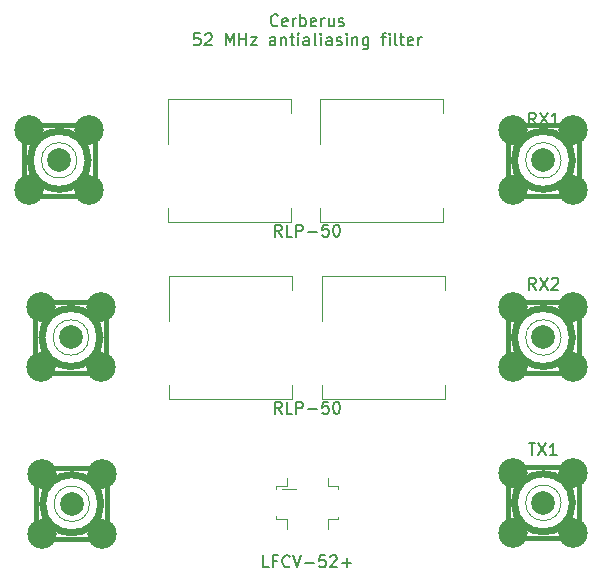
<source format=gbr>
%TF.GenerationSoftware,KiCad,Pcbnew,(6.0.0)*%
%TF.CreationDate,2022-07-22T11:55:08+02:00*%
%TF.ProjectId,aliasing,616c6961-7369-46e6-972e-6b696361645f,rev?*%
%TF.SameCoordinates,Original*%
%TF.FileFunction,Legend,Top*%
%TF.FilePolarity,Positive*%
%FSLAX46Y46*%
G04 Gerber Fmt 4.6, Leading zero omitted, Abs format (unit mm)*
G04 Created by KiCad (PCBNEW (6.0.0)) date 2022-07-22 11:55:08*
%MOMM*%
%LPD*%
G01*
G04 APERTURE LIST*
%ADD10C,0.150000*%
%ADD11C,0.120000*%
%ADD12C,0.381000*%
%ADD13C,0.099060*%
%ADD14C,1.998980*%
%ADD15C,2.499360*%
G04 APERTURE END LIST*
D10*
X178761904Y-73952380D02*
X179333333Y-73952380D01*
X179047619Y-74952380D02*
X179047619Y-73952380D01*
X179571428Y-73952380D02*
X180238095Y-74952380D01*
X180238095Y-73952380D02*
X179571428Y-74952380D01*
X181142857Y-74952380D02*
X180571428Y-74952380D01*
X180857142Y-74952380D02*
X180857142Y-73952380D01*
X180761904Y-74095238D01*
X180666666Y-74190476D01*
X180571428Y-74238095D01*
X157833333Y-56452380D02*
X157500000Y-55976190D01*
X157261904Y-56452380D02*
X157261904Y-55452380D01*
X157642857Y-55452380D01*
X157738095Y-55500000D01*
X157785714Y-55547619D01*
X157833333Y-55642857D01*
X157833333Y-55785714D01*
X157785714Y-55880952D01*
X157738095Y-55928571D01*
X157642857Y-55976190D01*
X157261904Y-55976190D01*
X158738095Y-56452380D02*
X158261904Y-56452380D01*
X158261904Y-55452380D01*
X159071428Y-56452380D02*
X159071428Y-55452380D01*
X159452380Y-55452380D01*
X159547619Y-55500000D01*
X159595238Y-55547619D01*
X159642857Y-55642857D01*
X159642857Y-55785714D01*
X159595238Y-55880952D01*
X159547619Y-55928571D01*
X159452380Y-55976190D01*
X159071428Y-55976190D01*
X160071428Y-56071428D02*
X160833333Y-56071428D01*
X161785714Y-55452380D02*
X161309523Y-55452380D01*
X161261904Y-55928571D01*
X161309523Y-55880952D01*
X161404761Y-55833333D01*
X161642857Y-55833333D01*
X161738095Y-55880952D01*
X161785714Y-55928571D01*
X161833333Y-56023809D01*
X161833333Y-56261904D01*
X161785714Y-56357142D01*
X161738095Y-56404761D01*
X161642857Y-56452380D01*
X161404761Y-56452380D01*
X161309523Y-56404761D01*
X161261904Y-56357142D01*
X162452380Y-55452380D02*
X162547619Y-55452380D01*
X162642857Y-55500000D01*
X162690476Y-55547619D01*
X162738095Y-55642857D01*
X162785714Y-55833333D01*
X162785714Y-56071428D01*
X162738095Y-56261904D01*
X162690476Y-56357142D01*
X162642857Y-56404761D01*
X162547619Y-56452380D01*
X162452380Y-56452380D01*
X162357142Y-56404761D01*
X162309523Y-56357142D01*
X162261904Y-56261904D01*
X162214285Y-56071428D01*
X162214285Y-55833333D01*
X162261904Y-55642857D01*
X162309523Y-55547619D01*
X162357142Y-55500000D01*
X162452380Y-55452380D01*
X157523809Y-38552142D02*
X157476190Y-38599761D01*
X157333333Y-38647380D01*
X157238095Y-38647380D01*
X157095238Y-38599761D01*
X157000000Y-38504523D01*
X156952380Y-38409285D01*
X156904761Y-38218809D01*
X156904761Y-38075952D01*
X156952380Y-37885476D01*
X157000000Y-37790238D01*
X157095238Y-37695000D01*
X157238095Y-37647380D01*
X157333333Y-37647380D01*
X157476190Y-37695000D01*
X157523809Y-37742619D01*
X158333333Y-38599761D02*
X158238095Y-38647380D01*
X158047619Y-38647380D01*
X157952380Y-38599761D01*
X157904761Y-38504523D01*
X157904761Y-38123571D01*
X157952380Y-38028333D01*
X158047619Y-37980714D01*
X158238095Y-37980714D01*
X158333333Y-38028333D01*
X158380952Y-38123571D01*
X158380952Y-38218809D01*
X157904761Y-38314047D01*
X158809523Y-38647380D02*
X158809523Y-37980714D01*
X158809523Y-38171190D02*
X158857142Y-38075952D01*
X158904761Y-38028333D01*
X159000000Y-37980714D01*
X159095238Y-37980714D01*
X159428571Y-38647380D02*
X159428571Y-37647380D01*
X159428571Y-38028333D02*
X159523809Y-37980714D01*
X159714285Y-37980714D01*
X159809523Y-38028333D01*
X159857142Y-38075952D01*
X159904761Y-38171190D01*
X159904761Y-38456904D01*
X159857142Y-38552142D01*
X159809523Y-38599761D01*
X159714285Y-38647380D01*
X159523809Y-38647380D01*
X159428571Y-38599761D01*
X160714285Y-38599761D02*
X160619047Y-38647380D01*
X160428571Y-38647380D01*
X160333333Y-38599761D01*
X160285714Y-38504523D01*
X160285714Y-38123571D01*
X160333333Y-38028333D01*
X160428571Y-37980714D01*
X160619047Y-37980714D01*
X160714285Y-38028333D01*
X160761904Y-38123571D01*
X160761904Y-38218809D01*
X160285714Y-38314047D01*
X161190476Y-38647380D02*
X161190476Y-37980714D01*
X161190476Y-38171190D02*
X161238095Y-38075952D01*
X161285714Y-38028333D01*
X161380952Y-37980714D01*
X161476190Y-37980714D01*
X162238095Y-37980714D02*
X162238095Y-38647380D01*
X161809523Y-37980714D02*
X161809523Y-38504523D01*
X161857142Y-38599761D01*
X161952380Y-38647380D01*
X162095238Y-38647380D01*
X162190476Y-38599761D01*
X162238095Y-38552142D01*
X162666666Y-38599761D02*
X162761904Y-38647380D01*
X162952380Y-38647380D01*
X163047619Y-38599761D01*
X163095238Y-38504523D01*
X163095238Y-38456904D01*
X163047619Y-38361666D01*
X162952380Y-38314047D01*
X162809523Y-38314047D01*
X162714285Y-38266428D01*
X162666666Y-38171190D01*
X162666666Y-38123571D01*
X162714285Y-38028333D01*
X162809523Y-37980714D01*
X162952380Y-37980714D01*
X163047619Y-38028333D01*
X150928571Y-39257380D02*
X150452380Y-39257380D01*
X150404761Y-39733571D01*
X150452380Y-39685952D01*
X150547619Y-39638333D01*
X150785714Y-39638333D01*
X150880952Y-39685952D01*
X150928571Y-39733571D01*
X150976190Y-39828809D01*
X150976190Y-40066904D01*
X150928571Y-40162142D01*
X150880952Y-40209761D01*
X150785714Y-40257380D01*
X150547619Y-40257380D01*
X150452380Y-40209761D01*
X150404761Y-40162142D01*
X151357142Y-39352619D02*
X151404761Y-39305000D01*
X151500000Y-39257380D01*
X151738095Y-39257380D01*
X151833333Y-39305000D01*
X151880952Y-39352619D01*
X151928571Y-39447857D01*
X151928571Y-39543095D01*
X151880952Y-39685952D01*
X151309523Y-40257380D01*
X151928571Y-40257380D01*
X153119047Y-40257380D02*
X153119047Y-39257380D01*
X153452380Y-39971666D01*
X153785714Y-39257380D01*
X153785714Y-40257380D01*
X154261904Y-40257380D02*
X154261904Y-39257380D01*
X154261904Y-39733571D02*
X154833333Y-39733571D01*
X154833333Y-40257380D02*
X154833333Y-39257380D01*
X155214285Y-39590714D02*
X155738095Y-39590714D01*
X155214285Y-40257380D01*
X155738095Y-40257380D01*
X157309523Y-40257380D02*
X157309523Y-39733571D01*
X157261904Y-39638333D01*
X157166666Y-39590714D01*
X156976190Y-39590714D01*
X156880952Y-39638333D01*
X157309523Y-40209761D02*
X157214285Y-40257380D01*
X156976190Y-40257380D01*
X156880952Y-40209761D01*
X156833333Y-40114523D01*
X156833333Y-40019285D01*
X156880952Y-39924047D01*
X156976190Y-39876428D01*
X157214285Y-39876428D01*
X157309523Y-39828809D01*
X157785714Y-39590714D02*
X157785714Y-40257380D01*
X157785714Y-39685952D02*
X157833333Y-39638333D01*
X157928571Y-39590714D01*
X158071428Y-39590714D01*
X158166666Y-39638333D01*
X158214285Y-39733571D01*
X158214285Y-40257380D01*
X158547619Y-39590714D02*
X158928571Y-39590714D01*
X158690476Y-39257380D02*
X158690476Y-40114523D01*
X158738095Y-40209761D01*
X158833333Y-40257380D01*
X158928571Y-40257380D01*
X159261904Y-40257380D02*
X159261904Y-39590714D01*
X159261904Y-39257380D02*
X159214285Y-39305000D01*
X159261904Y-39352619D01*
X159309523Y-39305000D01*
X159261904Y-39257380D01*
X159261904Y-39352619D01*
X160166666Y-40257380D02*
X160166666Y-39733571D01*
X160119047Y-39638333D01*
X160023809Y-39590714D01*
X159833333Y-39590714D01*
X159738095Y-39638333D01*
X160166666Y-40209761D02*
X160071428Y-40257380D01*
X159833333Y-40257380D01*
X159738095Y-40209761D01*
X159690476Y-40114523D01*
X159690476Y-40019285D01*
X159738095Y-39924047D01*
X159833333Y-39876428D01*
X160071428Y-39876428D01*
X160166666Y-39828809D01*
X160785714Y-40257380D02*
X160690476Y-40209761D01*
X160642857Y-40114523D01*
X160642857Y-39257380D01*
X161166666Y-40257380D02*
X161166666Y-39590714D01*
X161166666Y-39257380D02*
X161119047Y-39305000D01*
X161166666Y-39352619D01*
X161214285Y-39305000D01*
X161166666Y-39257380D01*
X161166666Y-39352619D01*
X162071428Y-40257380D02*
X162071428Y-39733571D01*
X162023809Y-39638333D01*
X161928571Y-39590714D01*
X161738095Y-39590714D01*
X161642857Y-39638333D01*
X162071428Y-40209761D02*
X161976190Y-40257380D01*
X161738095Y-40257380D01*
X161642857Y-40209761D01*
X161595238Y-40114523D01*
X161595238Y-40019285D01*
X161642857Y-39924047D01*
X161738095Y-39876428D01*
X161976190Y-39876428D01*
X162071428Y-39828809D01*
X162500000Y-40209761D02*
X162595238Y-40257380D01*
X162785714Y-40257380D01*
X162880952Y-40209761D01*
X162928571Y-40114523D01*
X162928571Y-40066904D01*
X162880952Y-39971666D01*
X162785714Y-39924047D01*
X162642857Y-39924047D01*
X162547619Y-39876428D01*
X162500000Y-39781190D01*
X162500000Y-39733571D01*
X162547619Y-39638333D01*
X162642857Y-39590714D01*
X162785714Y-39590714D01*
X162880952Y-39638333D01*
X163357142Y-40257380D02*
X163357142Y-39590714D01*
X163357142Y-39257380D02*
X163309523Y-39305000D01*
X163357142Y-39352619D01*
X163404761Y-39305000D01*
X163357142Y-39257380D01*
X163357142Y-39352619D01*
X163833333Y-39590714D02*
X163833333Y-40257380D01*
X163833333Y-39685952D02*
X163880952Y-39638333D01*
X163976190Y-39590714D01*
X164119047Y-39590714D01*
X164214285Y-39638333D01*
X164261904Y-39733571D01*
X164261904Y-40257380D01*
X165166666Y-39590714D02*
X165166666Y-40400238D01*
X165119047Y-40495476D01*
X165071428Y-40543095D01*
X164976190Y-40590714D01*
X164833333Y-40590714D01*
X164738095Y-40543095D01*
X165166666Y-40209761D02*
X165071428Y-40257380D01*
X164880952Y-40257380D01*
X164785714Y-40209761D01*
X164738095Y-40162142D01*
X164690476Y-40066904D01*
X164690476Y-39781190D01*
X164738095Y-39685952D01*
X164785714Y-39638333D01*
X164880952Y-39590714D01*
X165071428Y-39590714D01*
X165166666Y-39638333D01*
X166261904Y-39590714D02*
X166642857Y-39590714D01*
X166404761Y-40257380D02*
X166404761Y-39400238D01*
X166452380Y-39305000D01*
X166547619Y-39257380D01*
X166642857Y-39257380D01*
X166976190Y-40257380D02*
X166976190Y-39590714D01*
X166976190Y-39257380D02*
X166928571Y-39305000D01*
X166976190Y-39352619D01*
X167023809Y-39305000D01*
X166976190Y-39257380D01*
X166976190Y-39352619D01*
X167595238Y-40257380D02*
X167500000Y-40209761D01*
X167452380Y-40114523D01*
X167452380Y-39257380D01*
X167833333Y-39590714D02*
X168214285Y-39590714D01*
X167976190Y-39257380D02*
X167976190Y-40114523D01*
X168023809Y-40209761D01*
X168119047Y-40257380D01*
X168214285Y-40257380D01*
X168928571Y-40209761D02*
X168833333Y-40257380D01*
X168642857Y-40257380D01*
X168547619Y-40209761D01*
X168500000Y-40114523D01*
X168500000Y-39733571D01*
X168547619Y-39638333D01*
X168642857Y-39590714D01*
X168833333Y-39590714D01*
X168928571Y-39638333D01*
X168976190Y-39733571D01*
X168976190Y-39828809D01*
X168500000Y-39924047D01*
X169404761Y-40257380D02*
X169404761Y-39590714D01*
X169404761Y-39781190D02*
X169452380Y-39685952D01*
X169500000Y-39638333D01*
X169595238Y-39590714D01*
X169690476Y-39590714D01*
X179357142Y-46952380D02*
X179023809Y-46476190D01*
X178785714Y-46952380D02*
X178785714Y-45952380D01*
X179166666Y-45952380D01*
X179261904Y-46000000D01*
X179309523Y-46047619D01*
X179357142Y-46142857D01*
X179357142Y-46285714D01*
X179309523Y-46380952D01*
X179261904Y-46428571D01*
X179166666Y-46476190D01*
X178785714Y-46476190D01*
X179690476Y-45952380D02*
X180357142Y-46952380D01*
X180357142Y-45952380D02*
X179690476Y-46952380D01*
X181261904Y-46952380D02*
X180690476Y-46952380D01*
X180976190Y-46952380D02*
X180976190Y-45952380D01*
X180880952Y-46095238D01*
X180785714Y-46190476D01*
X180690476Y-46238095D01*
X156761904Y-84452380D02*
X156285714Y-84452380D01*
X156285714Y-83452380D01*
X157428571Y-83928571D02*
X157095238Y-83928571D01*
X157095238Y-84452380D02*
X157095238Y-83452380D01*
X157571428Y-83452380D01*
X158523809Y-84357142D02*
X158476190Y-84404761D01*
X158333333Y-84452380D01*
X158238095Y-84452380D01*
X158095238Y-84404761D01*
X158000000Y-84309523D01*
X157952380Y-84214285D01*
X157904761Y-84023809D01*
X157904761Y-83880952D01*
X157952380Y-83690476D01*
X158000000Y-83595238D01*
X158095238Y-83500000D01*
X158238095Y-83452380D01*
X158333333Y-83452380D01*
X158476190Y-83500000D01*
X158523809Y-83547619D01*
X158809523Y-83452380D02*
X159142857Y-84452380D01*
X159476190Y-83452380D01*
X159809523Y-84071428D02*
X160571428Y-84071428D01*
X161523809Y-83452380D02*
X161047619Y-83452380D01*
X161000000Y-83928571D01*
X161047619Y-83880952D01*
X161142857Y-83833333D01*
X161380952Y-83833333D01*
X161476190Y-83880952D01*
X161523809Y-83928571D01*
X161571428Y-84023809D01*
X161571428Y-84261904D01*
X161523809Y-84357142D01*
X161476190Y-84404761D01*
X161380952Y-84452380D01*
X161142857Y-84452380D01*
X161047619Y-84404761D01*
X161000000Y-84357142D01*
X161952380Y-83547619D02*
X162000000Y-83500000D01*
X162095238Y-83452380D01*
X162333333Y-83452380D01*
X162428571Y-83500000D01*
X162476190Y-83547619D01*
X162523809Y-83642857D01*
X162523809Y-83738095D01*
X162476190Y-83880952D01*
X161904761Y-84452380D01*
X162523809Y-84452380D01*
X162952380Y-84071428D02*
X163714285Y-84071428D01*
X163333333Y-84452380D02*
X163333333Y-83690476D01*
X179357142Y-60952380D02*
X179023809Y-60476190D01*
X178785714Y-60952380D02*
X178785714Y-59952380D01*
X179166666Y-59952380D01*
X179261904Y-60000000D01*
X179309523Y-60047619D01*
X179357142Y-60142857D01*
X179357142Y-60285714D01*
X179309523Y-60380952D01*
X179261904Y-60428571D01*
X179166666Y-60476190D01*
X178785714Y-60476190D01*
X179690476Y-59952380D02*
X180357142Y-60952380D01*
X180357142Y-59952380D02*
X179690476Y-60952380D01*
X180690476Y-60047619D02*
X180738095Y-60000000D01*
X180833333Y-59952380D01*
X181071428Y-59952380D01*
X181166666Y-60000000D01*
X181214285Y-60047619D01*
X181261904Y-60142857D01*
X181261904Y-60238095D01*
X181214285Y-60380952D01*
X180642857Y-60952380D01*
X181261904Y-60952380D01*
X157833333Y-71452380D02*
X157500000Y-70976190D01*
X157261904Y-71452380D02*
X157261904Y-70452380D01*
X157642857Y-70452380D01*
X157738095Y-70500000D01*
X157785714Y-70547619D01*
X157833333Y-70642857D01*
X157833333Y-70785714D01*
X157785714Y-70880952D01*
X157738095Y-70928571D01*
X157642857Y-70976190D01*
X157261904Y-70976190D01*
X158738095Y-71452380D02*
X158261904Y-71452380D01*
X158261904Y-70452380D01*
X159071428Y-71452380D02*
X159071428Y-70452380D01*
X159452380Y-70452380D01*
X159547619Y-70500000D01*
X159595238Y-70547619D01*
X159642857Y-70642857D01*
X159642857Y-70785714D01*
X159595238Y-70880952D01*
X159547619Y-70928571D01*
X159452380Y-70976190D01*
X159071428Y-70976190D01*
X160071428Y-71071428D02*
X160833333Y-71071428D01*
X161785714Y-70452380D02*
X161309523Y-70452380D01*
X161261904Y-70928571D01*
X161309523Y-70880952D01*
X161404761Y-70833333D01*
X161642857Y-70833333D01*
X161738095Y-70880952D01*
X161785714Y-70928571D01*
X161833333Y-71023809D01*
X161833333Y-71261904D01*
X161785714Y-71357142D01*
X161738095Y-71404761D01*
X161642857Y-71452380D01*
X161404761Y-71452380D01*
X161309523Y-71404761D01*
X161261904Y-71357142D01*
X162452380Y-70452380D02*
X162547619Y-70452380D01*
X162642857Y-70500000D01*
X162690476Y-70547619D01*
X162738095Y-70642857D01*
X162785714Y-70833333D01*
X162785714Y-71071428D01*
X162738095Y-71261904D01*
X162690476Y-71357142D01*
X162642857Y-71404761D01*
X162547619Y-71452380D01*
X162452380Y-71452380D01*
X162357142Y-71404761D01*
X162309523Y-71357142D01*
X162261904Y-71261904D01*
X162214285Y-71071428D01*
X162214285Y-70833333D01*
X162261904Y-70642857D01*
X162309523Y-70547619D01*
X162357142Y-70500000D01*
X162452380Y-70452380D01*
D11*
%TO.C,U1004*%
X148300000Y-59800000D02*
X158700000Y-59800000D01*
X158700000Y-61000000D02*
X158700000Y-59800000D01*
X158700000Y-70200000D02*
X158700000Y-69000000D01*
X158700000Y-70200000D02*
X148300000Y-70200000D01*
X148300000Y-69000000D02*
X148300000Y-70200000D01*
X148300000Y-59800000D02*
X148300000Y-63600000D01*
%TO.C,U1003*%
X148236000Y-44800000D02*
X158636000Y-44800000D01*
X158636000Y-46000000D02*
X158636000Y-44800000D01*
X158636000Y-55200000D02*
X158636000Y-54000000D01*
X158636000Y-55200000D02*
X148236000Y-55200000D01*
X148236000Y-54000000D02*
X148236000Y-55200000D01*
X148236000Y-44800000D02*
X148236000Y-48600000D01*
%TO.C,FL1001*%
X157400000Y-80400000D02*
X157400000Y-80100000D01*
X158300000Y-80400000D02*
X157400000Y-80400000D01*
X158300000Y-81200000D02*
X158300000Y-80400000D01*
X162600000Y-80400000D02*
X162600000Y-80200000D01*
X161800000Y-80400000D02*
X162600000Y-80400000D01*
X161800000Y-81200000D02*
X161800000Y-80400000D01*
X162600000Y-77600000D02*
X162600000Y-77800000D01*
X161800000Y-77600000D02*
X162600000Y-77600000D01*
X161800000Y-76900000D02*
X161800000Y-77600000D01*
X157400000Y-77600000D02*
X157400000Y-77800000D01*
X158300000Y-77600000D02*
X157400000Y-77600000D01*
X158300000Y-76900000D02*
X158300000Y-77600000D01*
X159090000Y-77840000D02*
X157860000Y-77840000D01*
D12*
%TO.C,J1005*%
X177000260Y-52999740D02*
X177000260Y-47000260D01*
X182999740Y-47000260D02*
X182999740Y-52999740D01*
X182999740Y-52999740D02*
X177000260Y-52999740D01*
X177000260Y-47000260D02*
X182999740Y-47000260D01*
D13*
X181501140Y-50000000D02*
G75*
G03*
X181501140Y-50000000I-1501140J0D01*
G01*
D12*
X182371904Y-50000000D02*
G75*
G03*
X182371904Y-50000000I-2371904J0D01*
G01*
X182548957Y-50000000D02*
G75*
G03*
X182548957Y-50000000I-2548957J0D01*
G01*
D13*
X180500380Y-50000000D02*
G75*
G03*
X180500380Y-50000000I-500380J0D01*
G01*
D11*
%TO.C,U1002*%
X171700000Y-70200000D02*
X161300000Y-70200000D01*
X171700000Y-70200000D02*
X171700000Y-69000000D01*
X171700000Y-61000000D02*
X171700000Y-59800000D01*
X161300000Y-59800000D02*
X161300000Y-63600000D01*
X161300000Y-59800000D02*
X171700000Y-59800000D01*
X161300000Y-69000000D02*
X161300000Y-70200000D01*
D12*
%TO.C,J1002*%
X136000260Y-47000260D02*
X141999740Y-47000260D01*
X136000260Y-52999740D02*
X136000260Y-47000260D01*
X141999740Y-47000260D02*
X141999740Y-52999740D01*
X141999740Y-52999740D02*
X136000260Y-52999740D01*
D13*
X140501140Y-50000000D02*
G75*
G03*
X140501140Y-50000000I-1501140J0D01*
G01*
X139500380Y-50000000D02*
G75*
G03*
X139500380Y-50000000I-500380J0D01*
G01*
D12*
X141548957Y-50000000D02*
G75*
G03*
X141548957Y-50000000I-2548957J0D01*
G01*
X141371904Y-50000000D02*
G75*
G03*
X141371904Y-50000000I-2371904J0D01*
G01*
%TO.C,J1003*%
X142999740Y-67999740D02*
X137000260Y-67999740D01*
X142999740Y-62000260D02*
X142999740Y-67999740D01*
X137000260Y-62000260D02*
X142999740Y-62000260D01*
X137000260Y-67999740D02*
X137000260Y-62000260D01*
X142548957Y-65000000D02*
G75*
G03*
X142548957Y-65000000I-2548957J0D01*
G01*
D13*
X140500380Y-65000000D02*
G75*
G03*
X140500380Y-65000000I-500380J0D01*
G01*
X141501140Y-65000000D02*
G75*
G03*
X141501140Y-65000000I-1501140J0D01*
G01*
D12*
X142371904Y-65000000D02*
G75*
G03*
X142371904Y-65000000I-2371904J0D01*
G01*
D11*
%TO.C,U1001*%
X161117000Y-44800000D02*
X171517000Y-44800000D01*
X171517000Y-46000000D02*
X171517000Y-44800000D01*
X171517000Y-55200000D02*
X171517000Y-54000000D01*
X161117000Y-54000000D02*
X161117000Y-55200000D01*
X171517000Y-55200000D02*
X161117000Y-55200000D01*
X161117000Y-44800000D02*
X161117000Y-48600000D01*
D12*
%TO.C,J1001*%
X143070784Y-76080260D02*
X143070784Y-82079740D01*
X137071304Y-82079740D02*
X137071304Y-76080260D01*
X137071304Y-76080260D02*
X143070784Y-76080260D01*
X143070784Y-82079740D02*
X137071304Y-82079740D01*
D13*
X140571424Y-79080000D02*
G75*
G03*
X140571424Y-79080000I-500380J0D01*
G01*
X141572184Y-79080000D02*
G75*
G03*
X141572184Y-79080000I-1501140J0D01*
G01*
D12*
X142442948Y-79080000D02*
G75*
G03*
X142442948Y-79080000I-2371904J0D01*
G01*
X142620001Y-79080000D02*
G75*
G03*
X142620001Y-79080000I-2548957J0D01*
G01*
%TO.C,J1006*%
X182999740Y-67999740D02*
X177000260Y-67999740D01*
X177000260Y-67999740D02*
X177000260Y-62000260D01*
X182999740Y-62000260D02*
X182999740Y-67999740D01*
X177000260Y-62000260D02*
X182999740Y-62000260D01*
D13*
X181501140Y-65000000D02*
G75*
G03*
X181501140Y-65000000I-1501140J0D01*
G01*
D12*
X182371904Y-65000000D02*
G75*
G03*
X182371904Y-65000000I-2371904J0D01*
G01*
D13*
X180500380Y-65000000D02*
G75*
G03*
X180500380Y-65000000I-500380J0D01*
G01*
D12*
X182548957Y-65000000D02*
G75*
G03*
X182548957Y-65000000I-2548957J0D01*
G01*
%TO.C,J1004*%
X182999740Y-76000260D02*
X182999740Y-81999740D01*
X182999740Y-81999740D02*
X177000260Y-81999740D01*
X177000260Y-81999740D02*
X177000260Y-76000260D01*
X177000260Y-76000260D02*
X182999740Y-76000260D01*
D13*
X180500380Y-79000000D02*
G75*
G03*
X180500380Y-79000000I-500380J0D01*
G01*
X181501140Y-79000000D02*
G75*
G03*
X181501140Y-79000000I-1501140J0D01*
G01*
D12*
X182548957Y-79000000D02*
G75*
G03*
X182548957Y-79000000I-2548957J0D01*
G01*
X182371904Y-79000000D02*
G75*
G03*
X182371904Y-79000000I-2371904J0D01*
G01*
%TD*%
D14*
%TO.C,J1005*%
X180000000Y-50000000D03*
D15*
X177460000Y-47460000D03*
X177460000Y-52540000D03*
X182540000Y-47460000D03*
X182540000Y-52540000D03*
%TD*%
D14*
%TO.C,J1002*%
X139000000Y-50000000D03*
D15*
X141540000Y-52540000D03*
X136460000Y-47460000D03*
X141540000Y-47460000D03*
X136460000Y-52540000D03*
%TD*%
D14*
%TO.C,J1003*%
X140000000Y-65000000D03*
D15*
X142540000Y-67540000D03*
X137460000Y-67540000D03*
X137460000Y-62460000D03*
X142540000Y-62460000D03*
%TD*%
D14*
%TO.C,J1001*%
X140071044Y-79080000D03*
D15*
X137531044Y-81620000D03*
X142611044Y-76540000D03*
X137531044Y-76540000D03*
X142611044Y-81620000D03*
%TD*%
D14*
%TO.C,J1006*%
X180000000Y-65000000D03*
D15*
X177460000Y-62460000D03*
X182540000Y-67540000D03*
X177460000Y-67540000D03*
X182540000Y-62460000D03*
%TD*%
D14*
%TO.C,J1004*%
X180000000Y-79000000D03*
D15*
X177460000Y-76460000D03*
X177460000Y-81540000D03*
X182540000Y-81540000D03*
X182540000Y-76460000D03*
%TD*%
M02*

</source>
